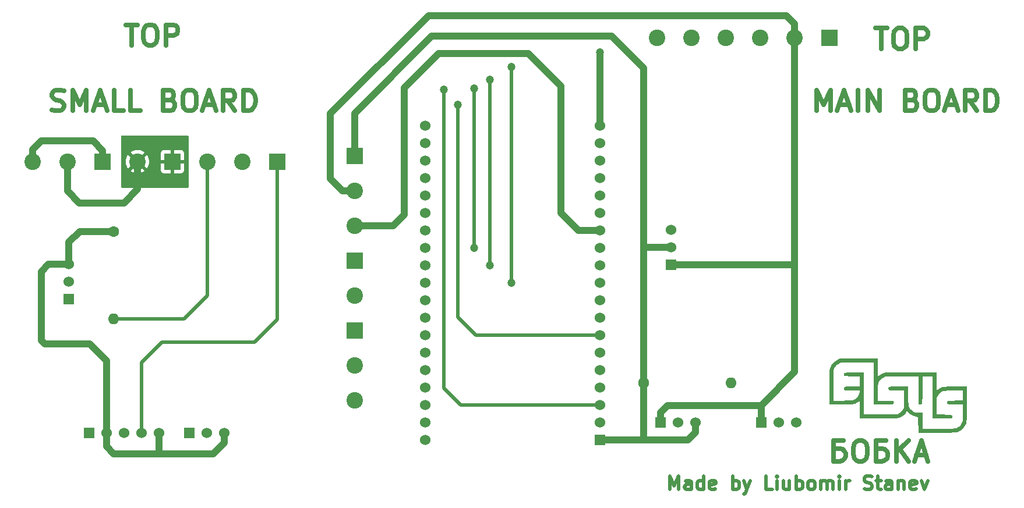
<source format=gbr>
%TF.GenerationSoftware,KiCad,Pcbnew,7.0.10*%
%TF.CreationDate,2024-02-03T15:37:23+02:00*%
%TF.ProjectId,Liubomir_Stanev_PCB,4c697562-6f6d-4697-925f-5374616e6576,rev?*%
%TF.SameCoordinates,Original*%
%TF.FileFunction,Copper,L1,Top*%
%TF.FilePolarity,Positive*%
%FSLAX46Y46*%
G04 Gerber Fmt 4.6, Leading zero omitted, Abs format (unit mm)*
G04 Created by KiCad (PCBNEW 7.0.10) date 2024-02-03 15:37:23*
%MOMM*%
%LPD*%
G01*
G04 APERTURE LIST*
%ADD10C,0.500000*%
%TA.AperFunction,NonConductor*%
%ADD11C,0.500000*%
%TD*%
%ADD12C,0.700000*%
%TA.AperFunction,NonConductor*%
%ADD13C,0.700000*%
%TD*%
%TA.AperFunction,ComponentPad*%
%ADD14R,1.530000X1.530000*%
%TD*%
%TA.AperFunction,ComponentPad*%
%ADD15C,1.530000*%
%TD*%
%TA.AperFunction,ComponentPad*%
%ADD16C,1.600000*%
%TD*%
%TA.AperFunction,ComponentPad*%
%ADD17O,1.600000X1.600000*%
%TD*%
%TA.AperFunction,ComponentPad*%
%ADD18R,2.400000X2.400000*%
%TD*%
%TA.AperFunction,ComponentPad*%
%ADD19C,2.400000*%
%TD*%
%TA.AperFunction,ViaPad*%
%ADD20C,1.200000*%
%TD*%
%TA.AperFunction,Conductor*%
%ADD21C,1.000000*%
%TD*%
%TA.AperFunction,Conductor*%
%ADD22C,0.500000*%
%TD*%
G04 APERTURE END LIST*
D10*
D11*
X146805137Y-110729238D02*
X146805137Y-108729238D01*
X146805137Y-108729238D02*
X147471804Y-110157809D01*
X147471804Y-110157809D02*
X148138470Y-108729238D01*
X148138470Y-108729238D02*
X148138470Y-110729238D01*
X149947994Y-110729238D02*
X149947994Y-109681619D01*
X149947994Y-109681619D02*
X149852756Y-109491142D01*
X149852756Y-109491142D02*
X149662280Y-109395904D01*
X149662280Y-109395904D02*
X149281327Y-109395904D01*
X149281327Y-109395904D02*
X149090851Y-109491142D01*
X149947994Y-110634000D02*
X149757518Y-110729238D01*
X149757518Y-110729238D02*
X149281327Y-110729238D01*
X149281327Y-110729238D02*
X149090851Y-110634000D01*
X149090851Y-110634000D02*
X148995613Y-110443523D01*
X148995613Y-110443523D02*
X148995613Y-110253047D01*
X148995613Y-110253047D02*
X149090851Y-110062571D01*
X149090851Y-110062571D02*
X149281327Y-109967333D01*
X149281327Y-109967333D02*
X149757518Y-109967333D01*
X149757518Y-109967333D02*
X149947994Y-109872095D01*
X151757518Y-110729238D02*
X151757518Y-108729238D01*
X151757518Y-110634000D02*
X151567042Y-110729238D01*
X151567042Y-110729238D02*
X151186089Y-110729238D01*
X151186089Y-110729238D02*
X150995613Y-110634000D01*
X150995613Y-110634000D02*
X150900375Y-110538761D01*
X150900375Y-110538761D02*
X150805137Y-110348285D01*
X150805137Y-110348285D02*
X150805137Y-109776857D01*
X150805137Y-109776857D02*
X150900375Y-109586380D01*
X150900375Y-109586380D02*
X150995613Y-109491142D01*
X150995613Y-109491142D02*
X151186089Y-109395904D01*
X151186089Y-109395904D02*
X151567042Y-109395904D01*
X151567042Y-109395904D02*
X151757518Y-109491142D01*
X153471804Y-110634000D02*
X153281328Y-110729238D01*
X153281328Y-110729238D02*
X152900375Y-110729238D01*
X152900375Y-110729238D02*
X152709899Y-110634000D01*
X152709899Y-110634000D02*
X152614661Y-110443523D01*
X152614661Y-110443523D02*
X152614661Y-109681619D01*
X152614661Y-109681619D02*
X152709899Y-109491142D01*
X152709899Y-109491142D02*
X152900375Y-109395904D01*
X152900375Y-109395904D02*
X153281328Y-109395904D01*
X153281328Y-109395904D02*
X153471804Y-109491142D01*
X153471804Y-109491142D02*
X153567042Y-109681619D01*
X153567042Y-109681619D02*
X153567042Y-109872095D01*
X153567042Y-109872095D02*
X152614661Y-110062571D01*
X155947995Y-110729238D02*
X155947995Y-108729238D01*
X155947995Y-109491142D02*
X156138471Y-109395904D01*
X156138471Y-109395904D02*
X156519424Y-109395904D01*
X156519424Y-109395904D02*
X156709900Y-109491142D01*
X156709900Y-109491142D02*
X156805138Y-109586380D01*
X156805138Y-109586380D02*
X156900376Y-109776857D01*
X156900376Y-109776857D02*
X156900376Y-110348285D01*
X156900376Y-110348285D02*
X156805138Y-110538761D01*
X156805138Y-110538761D02*
X156709900Y-110634000D01*
X156709900Y-110634000D02*
X156519424Y-110729238D01*
X156519424Y-110729238D02*
X156138471Y-110729238D01*
X156138471Y-110729238D02*
X155947995Y-110634000D01*
X157567043Y-109395904D02*
X158043233Y-110729238D01*
X158519424Y-109395904D02*
X158043233Y-110729238D01*
X158043233Y-110729238D02*
X157852757Y-111205428D01*
X157852757Y-111205428D02*
X157757519Y-111300666D01*
X157757519Y-111300666D02*
X157567043Y-111395904D01*
X161757520Y-110729238D02*
X160805139Y-110729238D01*
X160805139Y-110729238D02*
X160805139Y-108729238D01*
X162424187Y-110729238D02*
X162424187Y-109395904D01*
X162424187Y-108729238D02*
X162328949Y-108824476D01*
X162328949Y-108824476D02*
X162424187Y-108919714D01*
X162424187Y-108919714D02*
X162519425Y-108824476D01*
X162519425Y-108824476D02*
X162424187Y-108729238D01*
X162424187Y-108729238D02*
X162424187Y-108919714D01*
X164233711Y-109395904D02*
X164233711Y-110729238D01*
X163376568Y-109395904D02*
X163376568Y-110443523D01*
X163376568Y-110443523D02*
X163471806Y-110634000D01*
X163471806Y-110634000D02*
X163662282Y-110729238D01*
X163662282Y-110729238D02*
X163947997Y-110729238D01*
X163947997Y-110729238D02*
X164138473Y-110634000D01*
X164138473Y-110634000D02*
X164233711Y-110538761D01*
X165186092Y-110729238D02*
X165186092Y-108729238D01*
X165186092Y-109491142D02*
X165376568Y-109395904D01*
X165376568Y-109395904D02*
X165757521Y-109395904D01*
X165757521Y-109395904D02*
X165947997Y-109491142D01*
X165947997Y-109491142D02*
X166043235Y-109586380D01*
X166043235Y-109586380D02*
X166138473Y-109776857D01*
X166138473Y-109776857D02*
X166138473Y-110348285D01*
X166138473Y-110348285D02*
X166043235Y-110538761D01*
X166043235Y-110538761D02*
X165947997Y-110634000D01*
X165947997Y-110634000D02*
X165757521Y-110729238D01*
X165757521Y-110729238D02*
X165376568Y-110729238D01*
X165376568Y-110729238D02*
X165186092Y-110634000D01*
X167281330Y-110729238D02*
X167090854Y-110634000D01*
X167090854Y-110634000D02*
X166995616Y-110538761D01*
X166995616Y-110538761D02*
X166900378Y-110348285D01*
X166900378Y-110348285D02*
X166900378Y-109776857D01*
X166900378Y-109776857D02*
X166995616Y-109586380D01*
X166995616Y-109586380D02*
X167090854Y-109491142D01*
X167090854Y-109491142D02*
X167281330Y-109395904D01*
X167281330Y-109395904D02*
X167567045Y-109395904D01*
X167567045Y-109395904D02*
X167757521Y-109491142D01*
X167757521Y-109491142D02*
X167852759Y-109586380D01*
X167852759Y-109586380D02*
X167947997Y-109776857D01*
X167947997Y-109776857D02*
X167947997Y-110348285D01*
X167947997Y-110348285D02*
X167852759Y-110538761D01*
X167852759Y-110538761D02*
X167757521Y-110634000D01*
X167757521Y-110634000D02*
X167567045Y-110729238D01*
X167567045Y-110729238D02*
X167281330Y-110729238D01*
X168805140Y-110729238D02*
X168805140Y-109395904D01*
X168805140Y-109586380D02*
X168900378Y-109491142D01*
X168900378Y-109491142D02*
X169090854Y-109395904D01*
X169090854Y-109395904D02*
X169376569Y-109395904D01*
X169376569Y-109395904D02*
X169567045Y-109491142D01*
X169567045Y-109491142D02*
X169662283Y-109681619D01*
X169662283Y-109681619D02*
X169662283Y-110729238D01*
X169662283Y-109681619D02*
X169757521Y-109491142D01*
X169757521Y-109491142D02*
X169947997Y-109395904D01*
X169947997Y-109395904D02*
X170233711Y-109395904D01*
X170233711Y-109395904D02*
X170424188Y-109491142D01*
X170424188Y-109491142D02*
X170519426Y-109681619D01*
X170519426Y-109681619D02*
X170519426Y-110729238D01*
X171471807Y-110729238D02*
X171471807Y-109395904D01*
X171471807Y-108729238D02*
X171376569Y-108824476D01*
X171376569Y-108824476D02*
X171471807Y-108919714D01*
X171471807Y-108919714D02*
X171567045Y-108824476D01*
X171567045Y-108824476D02*
X171471807Y-108729238D01*
X171471807Y-108729238D02*
X171471807Y-108919714D01*
X172424188Y-110729238D02*
X172424188Y-109395904D01*
X172424188Y-109776857D02*
X172519426Y-109586380D01*
X172519426Y-109586380D02*
X172614664Y-109491142D01*
X172614664Y-109491142D02*
X172805140Y-109395904D01*
X172805140Y-109395904D02*
X172995617Y-109395904D01*
X175090855Y-110634000D02*
X175376569Y-110729238D01*
X175376569Y-110729238D02*
X175852760Y-110729238D01*
X175852760Y-110729238D02*
X176043236Y-110634000D01*
X176043236Y-110634000D02*
X176138474Y-110538761D01*
X176138474Y-110538761D02*
X176233712Y-110348285D01*
X176233712Y-110348285D02*
X176233712Y-110157809D01*
X176233712Y-110157809D02*
X176138474Y-109967333D01*
X176138474Y-109967333D02*
X176043236Y-109872095D01*
X176043236Y-109872095D02*
X175852760Y-109776857D01*
X175852760Y-109776857D02*
X175471807Y-109681619D01*
X175471807Y-109681619D02*
X175281331Y-109586380D01*
X175281331Y-109586380D02*
X175186093Y-109491142D01*
X175186093Y-109491142D02*
X175090855Y-109300666D01*
X175090855Y-109300666D02*
X175090855Y-109110190D01*
X175090855Y-109110190D02*
X175186093Y-108919714D01*
X175186093Y-108919714D02*
X175281331Y-108824476D01*
X175281331Y-108824476D02*
X175471807Y-108729238D01*
X175471807Y-108729238D02*
X175947998Y-108729238D01*
X175947998Y-108729238D02*
X176233712Y-108824476D01*
X176805141Y-109395904D02*
X177567045Y-109395904D01*
X177090855Y-108729238D02*
X177090855Y-110443523D01*
X177090855Y-110443523D02*
X177186093Y-110634000D01*
X177186093Y-110634000D02*
X177376569Y-110729238D01*
X177376569Y-110729238D02*
X177567045Y-110729238D01*
X179090855Y-110729238D02*
X179090855Y-109681619D01*
X179090855Y-109681619D02*
X178995617Y-109491142D01*
X178995617Y-109491142D02*
X178805141Y-109395904D01*
X178805141Y-109395904D02*
X178424188Y-109395904D01*
X178424188Y-109395904D02*
X178233712Y-109491142D01*
X179090855Y-110634000D02*
X178900379Y-110729238D01*
X178900379Y-110729238D02*
X178424188Y-110729238D01*
X178424188Y-110729238D02*
X178233712Y-110634000D01*
X178233712Y-110634000D02*
X178138474Y-110443523D01*
X178138474Y-110443523D02*
X178138474Y-110253047D01*
X178138474Y-110253047D02*
X178233712Y-110062571D01*
X178233712Y-110062571D02*
X178424188Y-109967333D01*
X178424188Y-109967333D02*
X178900379Y-109967333D01*
X178900379Y-109967333D02*
X179090855Y-109872095D01*
X180043236Y-109395904D02*
X180043236Y-110729238D01*
X180043236Y-109586380D02*
X180138474Y-109491142D01*
X180138474Y-109491142D02*
X180328950Y-109395904D01*
X180328950Y-109395904D02*
X180614665Y-109395904D01*
X180614665Y-109395904D02*
X180805141Y-109491142D01*
X180805141Y-109491142D02*
X180900379Y-109681619D01*
X180900379Y-109681619D02*
X180900379Y-110729238D01*
X182614665Y-110634000D02*
X182424189Y-110729238D01*
X182424189Y-110729238D02*
X182043236Y-110729238D01*
X182043236Y-110729238D02*
X181852760Y-110634000D01*
X181852760Y-110634000D02*
X181757522Y-110443523D01*
X181757522Y-110443523D02*
X181757522Y-109681619D01*
X181757522Y-109681619D02*
X181852760Y-109491142D01*
X181852760Y-109491142D02*
X182043236Y-109395904D01*
X182043236Y-109395904D02*
X182424189Y-109395904D01*
X182424189Y-109395904D02*
X182614665Y-109491142D01*
X182614665Y-109491142D02*
X182709903Y-109681619D01*
X182709903Y-109681619D02*
X182709903Y-109872095D01*
X182709903Y-109872095D02*
X181757522Y-110062571D01*
X183376570Y-109395904D02*
X183852760Y-110729238D01*
X183852760Y-110729238D02*
X184328951Y-109395904D01*
D12*
D13*
X168174811Y-55596457D02*
X168174811Y-52596457D01*
X168174811Y-52596457D02*
X169174811Y-54739314D01*
X169174811Y-54739314D02*
X170174811Y-52596457D01*
X170174811Y-52596457D02*
X170174811Y-55596457D01*
X171460525Y-54739314D02*
X172889097Y-54739314D01*
X171174811Y-55596457D02*
X172174811Y-52596457D01*
X172174811Y-52596457D02*
X173174811Y-55596457D01*
X174174811Y-55596457D02*
X174174811Y-52596457D01*
X175603382Y-55596457D02*
X175603382Y-52596457D01*
X175603382Y-52596457D02*
X177317668Y-55596457D01*
X177317668Y-55596457D02*
X177317668Y-52596457D01*
X182031953Y-54025028D02*
X182460525Y-54167885D01*
X182460525Y-54167885D02*
X182603382Y-54310742D01*
X182603382Y-54310742D02*
X182746239Y-54596457D01*
X182746239Y-54596457D02*
X182746239Y-55025028D01*
X182746239Y-55025028D02*
X182603382Y-55310742D01*
X182603382Y-55310742D02*
X182460525Y-55453600D01*
X182460525Y-55453600D02*
X182174810Y-55596457D01*
X182174810Y-55596457D02*
X181031953Y-55596457D01*
X181031953Y-55596457D02*
X181031953Y-52596457D01*
X181031953Y-52596457D02*
X182031953Y-52596457D01*
X182031953Y-52596457D02*
X182317668Y-52739314D01*
X182317668Y-52739314D02*
X182460525Y-52882171D01*
X182460525Y-52882171D02*
X182603382Y-53167885D01*
X182603382Y-53167885D02*
X182603382Y-53453600D01*
X182603382Y-53453600D02*
X182460525Y-53739314D01*
X182460525Y-53739314D02*
X182317668Y-53882171D01*
X182317668Y-53882171D02*
X182031953Y-54025028D01*
X182031953Y-54025028D02*
X181031953Y-54025028D01*
X184603382Y-52596457D02*
X185174810Y-52596457D01*
X185174810Y-52596457D02*
X185460525Y-52739314D01*
X185460525Y-52739314D02*
X185746239Y-53025028D01*
X185746239Y-53025028D02*
X185889096Y-53596457D01*
X185889096Y-53596457D02*
X185889096Y-54596457D01*
X185889096Y-54596457D02*
X185746239Y-55167885D01*
X185746239Y-55167885D02*
X185460525Y-55453600D01*
X185460525Y-55453600D02*
X185174810Y-55596457D01*
X185174810Y-55596457D02*
X184603382Y-55596457D01*
X184603382Y-55596457D02*
X184317668Y-55453600D01*
X184317668Y-55453600D02*
X184031953Y-55167885D01*
X184031953Y-55167885D02*
X183889096Y-54596457D01*
X183889096Y-54596457D02*
X183889096Y-53596457D01*
X183889096Y-53596457D02*
X184031953Y-53025028D01*
X184031953Y-53025028D02*
X184317668Y-52739314D01*
X184317668Y-52739314D02*
X184603382Y-52596457D01*
X187031953Y-54739314D02*
X188460525Y-54739314D01*
X186746239Y-55596457D02*
X187746239Y-52596457D01*
X187746239Y-52596457D02*
X188746239Y-55596457D01*
X191460525Y-55596457D02*
X190460525Y-54167885D01*
X189746239Y-55596457D02*
X189746239Y-52596457D01*
X189746239Y-52596457D02*
X190889096Y-52596457D01*
X190889096Y-52596457D02*
X191174811Y-52739314D01*
X191174811Y-52739314D02*
X191317668Y-52882171D01*
X191317668Y-52882171D02*
X191460525Y-53167885D01*
X191460525Y-53167885D02*
X191460525Y-53596457D01*
X191460525Y-53596457D02*
X191317668Y-53882171D01*
X191317668Y-53882171D02*
X191174811Y-54025028D01*
X191174811Y-54025028D02*
X190889096Y-54167885D01*
X190889096Y-54167885D02*
X189746239Y-54167885D01*
X192746239Y-55596457D02*
X192746239Y-52596457D01*
X192746239Y-52596457D02*
X193460525Y-52596457D01*
X193460525Y-52596457D02*
X193889096Y-52739314D01*
X193889096Y-52739314D02*
X194174811Y-53025028D01*
X194174811Y-53025028D02*
X194317668Y-53310742D01*
X194317668Y-53310742D02*
X194460525Y-53882171D01*
X194460525Y-53882171D02*
X194460525Y-54310742D01*
X194460525Y-54310742D02*
X194317668Y-54882171D01*
X194317668Y-54882171D02*
X194174811Y-55167885D01*
X194174811Y-55167885D02*
X193889096Y-55453600D01*
X193889096Y-55453600D02*
X193460525Y-55596457D01*
X193460525Y-55596457D02*
X192746239Y-55596457D01*
D12*
D13*
X57031954Y-55453600D02*
X57460526Y-55596457D01*
X57460526Y-55596457D02*
X58174811Y-55596457D01*
X58174811Y-55596457D02*
X58460526Y-55453600D01*
X58460526Y-55453600D02*
X58603383Y-55310742D01*
X58603383Y-55310742D02*
X58746240Y-55025028D01*
X58746240Y-55025028D02*
X58746240Y-54739314D01*
X58746240Y-54739314D02*
X58603383Y-54453600D01*
X58603383Y-54453600D02*
X58460526Y-54310742D01*
X58460526Y-54310742D02*
X58174811Y-54167885D01*
X58174811Y-54167885D02*
X57603383Y-54025028D01*
X57603383Y-54025028D02*
X57317668Y-53882171D01*
X57317668Y-53882171D02*
X57174811Y-53739314D01*
X57174811Y-53739314D02*
X57031954Y-53453600D01*
X57031954Y-53453600D02*
X57031954Y-53167885D01*
X57031954Y-53167885D02*
X57174811Y-52882171D01*
X57174811Y-52882171D02*
X57317668Y-52739314D01*
X57317668Y-52739314D02*
X57603383Y-52596457D01*
X57603383Y-52596457D02*
X58317668Y-52596457D01*
X58317668Y-52596457D02*
X58746240Y-52739314D01*
X60031954Y-55596457D02*
X60031954Y-52596457D01*
X60031954Y-52596457D02*
X61031954Y-54739314D01*
X61031954Y-54739314D02*
X62031954Y-52596457D01*
X62031954Y-52596457D02*
X62031954Y-55596457D01*
X63317668Y-54739314D02*
X64746240Y-54739314D01*
X63031954Y-55596457D02*
X64031954Y-52596457D01*
X64031954Y-52596457D02*
X65031954Y-55596457D01*
X67460526Y-55596457D02*
X66031954Y-55596457D01*
X66031954Y-55596457D02*
X66031954Y-52596457D01*
X69889097Y-55596457D02*
X68460525Y-55596457D01*
X68460525Y-55596457D02*
X68460525Y-52596457D01*
X74174810Y-54025028D02*
X74603382Y-54167885D01*
X74603382Y-54167885D02*
X74746239Y-54310742D01*
X74746239Y-54310742D02*
X74889096Y-54596457D01*
X74889096Y-54596457D02*
X74889096Y-55025028D01*
X74889096Y-55025028D02*
X74746239Y-55310742D01*
X74746239Y-55310742D02*
X74603382Y-55453600D01*
X74603382Y-55453600D02*
X74317667Y-55596457D01*
X74317667Y-55596457D02*
X73174810Y-55596457D01*
X73174810Y-55596457D02*
X73174810Y-52596457D01*
X73174810Y-52596457D02*
X74174810Y-52596457D01*
X74174810Y-52596457D02*
X74460525Y-52739314D01*
X74460525Y-52739314D02*
X74603382Y-52882171D01*
X74603382Y-52882171D02*
X74746239Y-53167885D01*
X74746239Y-53167885D02*
X74746239Y-53453600D01*
X74746239Y-53453600D02*
X74603382Y-53739314D01*
X74603382Y-53739314D02*
X74460525Y-53882171D01*
X74460525Y-53882171D02*
X74174810Y-54025028D01*
X74174810Y-54025028D02*
X73174810Y-54025028D01*
X76746239Y-52596457D02*
X77317667Y-52596457D01*
X77317667Y-52596457D02*
X77603382Y-52739314D01*
X77603382Y-52739314D02*
X77889096Y-53025028D01*
X77889096Y-53025028D02*
X78031953Y-53596457D01*
X78031953Y-53596457D02*
X78031953Y-54596457D01*
X78031953Y-54596457D02*
X77889096Y-55167885D01*
X77889096Y-55167885D02*
X77603382Y-55453600D01*
X77603382Y-55453600D02*
X77317667Y-55596457D01*
X77317667Y-55596457D02*
X76746239Y-55596457D01*
X76746239Y-55596457D02*
X76460525Y-55453600D01*
X76460525Y-55453600D02*
X76174810Y-55167885D01*
X76174810Y-55167885D02*
X76031953Y-54596457D01*
X76031953Y-54596457D02*
X76031953Y-53596457D01*
X76031953Y-53596457D02*
X76174810Y-53025028D01*
X76174810Y-53025028D02*
X76460525Y-52739314D01*
X76460525Y-52739314D02*
X76746239Y-52596457D01*
X79174810Y-54739314D02*
X80603382Y-54739314D01*
X78889096Y-55596457D02*
X79889096Y-52596457D01*
X79889096Y-52596457D02*
X80889096Y-55596457D01*
X83603382Y-55596457D02*
X82603382Y-54167885D01*
X81889096Y-55596457D02*
X81889096Y-52596457D01*
X81889096Y-52596457D02*
X83031953Y-52596457D01*
X83031953Y-52596457D02*
X83317668Y-52739314D01*
X83317668Y-52739314D02*
X83460525Y-52882171D01*
X83460525Y-52882171D02*
X83603382Y-53167885D01*
X83603382Y-53167885D02*
X83603382Y-53596457D01*
X83603382Y-53596457D02*
X83460525Y-53882171D01*
X83460525Y-53882171D02*
X83317668Y-54025028D01*
X83317668Y-54025028D02*
X83031953Y-54167885D01*
X83031953Y-54167885D02*
X81889096Y-54167885D01*
X84889096Y-55596457D02*
X84889096Y-52596457D01*
X84889096Y-52596457D02*
X85603382Y-52596457D01*
X85603382Y-52596457D02*
X86031953Y-52739314D01*
X86031953Y-52739314D02*
X86317668Y-53025028D01*
X86317668Y-53025028D02*
X86460525Y-53310742D01*
X86460525Y-53310742D02*
X86603382Y-53882171D01*
X86603382Y-53882171D02*
X86603382Y-54310742D01*
X86603382Y-54310742D02*
X86460525Y-54882171D01*
X86460525Y-54882171D02*
X86317668Y-55167885D01*
X86317668Y-55167885D02*
X86031953Y-55453600D01*
X86031953Y-55453600D02*
X85603382Y-55596457D01*
X85603382Y-55596457D02*
X84889096Y-55596457D01*
D12*
D13*
X67746240Y-43096457D02*
X69460526Y-43096457D01*
X68603383Y-46096457D02*
X68603383Y-43096457D01*
X71031954Y-43096457D02*
X71603382Y-43096457D01*
X71603382Y-43096457D02*
X71889097Y-43239314D01*
X71889097Y-43239314D02*
X72174811Y-43525028D01*
X72174811Y-43525028D02*
X72317668Y-44096457D01*
X72317668Y-44096457D02*
X72317668Y-45096457D01*
X72317668Y-45096457D02*
X72174811Y-45667885D01*
X72174811Y-45667885D02*
X71889097Y-45953600D01*
X71889097Y-45953600D02*
X71603382Y-46096457D01*
X71603382Y-46096457D02*
X71031954Y-46096457D01*
X71031954Y-46096457D02*
X70746240Y-45953600D01*
X70746240Y-45953600D02*
X70460525Y-45667885D01*
X70460525Y-45667885D02*
X70317668Y-45096457D01*
X70317668Y-45096457D02*
X70317668Y-44096457D01*
X70317668Y-44096457D02*
X70460525Y-43525028D01*
X70460525Y-43525028D02*
X70746240Y-43239314D01*
X70746240Y-43239314D02*
X71031954Y-43096457D01*
X73603382Y-46096457D02*
X73603382Y-43096457D01*
X73603382Y-43096457D02*
X74746239Y-43096457D01*
X74746239Y-43096457D02*
X75031954Y-43239314D01*
X75031954Y-43239314D02*
X75174811Y-43382171D01*
X75174811Y-43382171D02*
X75317668Y-43667885D01*
X75317668Y-43667885D02*
X75317668Y-44096457D01*
X75317668Y-44096457D02*
X75174811Y-44382171D01*
X75174811Y-44382171D02*
X75031954Y-44525028D01*
X75031954Y-44525028D02*
X74746239Y-44667885D01*
X74746239Y-44667885D02*
X73603382Y-44667885D01*
D12*
D13*
X176746240Y-43596457D02*
X178460526Y-43596457D01*
X177603383Y-46596457D02*
X177603383Y-43596457D01*
X180031954Y-43596457D02*
X180603382Y-43596457D01*
X180603382Y-43596457D02*
X180889097Y-43739314D01*
X180889097Y-43739314D02*
X181174811Y-44025028D01*
X181174811Y-44025028D02*
X181317668Y-44596457D01*
X181317668Y-44596457D02*
X181317668Y-45596457D01*
X181317668Y-45596457D02*
X181174811Y-46167885D01*
X181174811Y-46167885D02*
X180889097Y-46453600D01*
X180889097Y-46453600D02*
X180603382Y-46596457D01*
X180603382Y-46596457D02*
X180031954Y-46596457D01*
X180031954Y-46596457D02*
X179746240Y-46453600D01*
X179746240Y-46453600D02*
X179460525Y-46167885D01*
X179460525Y-46167885D02*
X179317668Y-45596457D01*
X179317668Y-45596457D02*
X179317668Y-44596457D01*
X179317668Y-44596457D02*
X179460525Y-44025028D01*
X179460525Y-44025028D02*
X179746240Y-43739314D01*
X179746240Y-43739314D02*
X180031954Y-43596457D01*
X182603382Y-46596457D02*
X182603382Y-43596457D01*
X182603382Y-43596457D02*
X183746239Y-43596457D01*
X183746239Y-43596457D02*
X184031954Y-43739314D01*
X184031954Y-43739314D02*
X184174811Y-43882171D01*
X184174811Y-43882171D02*
X184317668Y-44167885D01*
X184317668Y-44167885D02*
X184317668Y-44596457D01*
X184317668Y-44596457D02*
X184174811Y-44882171D01*
X184174811Y-44882171D02*
X184031954Y-45025028D01*
X184031954Y-45025028D02*
X183746239Y-45167885D01*
X183746239Y-45167885D02*
X182603382Y-45167885D01*
D12*
D13*
X172103383Y-103596457D02*
X170674811Y-103596457D01*
X170674811Y-103596457D02*
X170674811Y-106596457D01*
X170674811Y-106596457D02*
X171531954Y-106596457D01*
X171531954Y-106596457D02*
X171960526Y-106453600D01*
X171960526Y-106453600D02*
X172246240Y-106167885D01*
X172246240Y-106167885D02*
X172389097Y-105882171D01*
X172389097Y-105882171D02*
X172389097Y-105453600D01*
X172389097Y-105453600D02*
X172246240Y-105167885D01*
X172246240Y-105167885D02*
X171960526Y-104882171D01*
X171960526Y-104882171D02*
X171531954Y-104739314D01*
X171531954Y-104739314D02*
X170674811Y-104739314D01*
X174246240Y-103596457D02*
X174817668Y-103596457D01*
X174817668Y-103596457D02*
X175103383Y-103739314D01*
X175103383Y-103739314D02*
X175389097Y-104025028D01*
X175389097Y-104025028D02*
X175531954Y-104596457D01*
X175531954Y-104596457D02*
X175531954Y-105596457D01*
X175531954Y-105596457D02*
X175389097Y-106167885D01*
X175389097Y-106167885D02*
X175103383Y-106453600D01*
X175103383Y-106453600D02*
X174817668Y-106596457D01*
X174817668Y-106596457D02*
X174246240Y-106596457D01*
X174246240Y-106596457D02*
X173960526Y-106453600D01*
X173960526Y-106453600D02*
X173674811Y-106167885D01*
X173674811Y-106167885D02*
X173531954Y-105596457D01*
X173531954Y-105596457D02*
X173531954Y-104596457D01*
X173531954Y-104596457D02*
X173674811Y-104025028D01*
X173674811Y-104025028D02*
X173960526Y-103739314D01*
X173960526Y-103739314D02*
X174246240Y-103596457D01*
X178246240Y-103596457D02*
X176817668Y-103596457D01*
X176817668Y-103596457D02*
X176817668Y-106596457D01*
X176817668Y-106596457D02*
X177674811Y-106596457D01*
X177674811Y-106596457D02*
X178103383Y-106453600D01*
X178103383Y-106453600D02*
X178389097Y-106167885D01*
X178389097Y-106167885D02*
X178531954Y-105882171D01*
X178531954Y-105882171D02*
X178531954Y-105453600D01*
X178531954Y-105453600D02*
X178389097Y-105167885D01*
X178389097Y-105167885D02*
X178103383Y-104882171D01*
X178103383Y-104882171D02*
X177674811Y-104739314D01*
X177674811Y-104739314D02*
X176817668Y-104739314D01*
X179817668Y-106596457D02*
X179817668Y-103596457D01*
X181531954Y-106596457D02*
X180246240Y-104882171D01*
X181531954Y-103596457D02*
X179817668Y-105310742D01*
X182674811Y-105739314D02*
X184103383Y-105739314D01*
X182389097Y-106596457D02*
X183389097Y-103596457D01*
X183389097Y-103596457D02*
X184389097Y-106596457D01*
%TA.AperFunction,EtchedComponent*%
%TO.C,G\u002A\u002A\u002A*%
G36*
X177077406Y-94241926D02*
G01*
X177324813Y-94071705D01*
X177527206Y-93947473D01*
X177752695Y-93830291D01*
X177842909Y-93790178D01*
X177897606Y-93768691D01*
X177954940Y-93750120D01*
X178022776Y-93734215D01*
X178108980Y-93720728D01*
X178221416Y-93709410D01*
X178367949Y-93700012D01*
X178556445Y-93692286D01*
X178794769Y-93685982D01*
X179090787Y-93680853D01*
X179452362Y-93676649D01*
X179887360Y-93673121D01*
X180403647Y-93670021D01*
X181009087Y-93667100D01*
X181711546Y-93664110D01*
X181846548Y-93663555D01*
X185579498Y-93648239D01*
X185579498Y-96309028D01*
X185846631Y-96117112D01*
X185995273Y-96015085D01*
X186137142Y-95932348D01*
X186285265Y-95866902D01*
X186452667Y-95816744D01*
X186652372Y-95779873D01*
X186897406Y-95754288D01*
X187200795Y-95737987D01*
X187575564Y-95728969D01*
X188034738Y-95725232D01*
X188400550Y-95724686D01*
X190043096Y-95724686D01*
X190042694Y-98049477D01*
X190041809Y-98676638D01*
X190038866Y-99207705D01*
X190033090Y-99652854D01*
X190023700Y-100022262D01*
X190009920Y-100326101D01*
X189990971Y-100574550D01*
X189966075Y-100777781D01*
X189934454Y-100945972D01*
X189895329Y-101089297D01*
X189847923Y-101217931D01*
X189791458Y-101342051D01*
X189790797Y-101343401D01*
X189609352Y-101625099D01*
X189356115Y-101899635D01*
X189063172Y-102137398D01*
X188762609Y-102308779D01*
X188729766Y-102322587D01*
X188659571Y-102350268D01*
X188591422Y-102373546D01*
X188515772Y-102392860D01*
X188423074Y-102408651D01*
X188303782Y-102421359D01*
X188148351Y-102431423D01*
X187947232Y-102439283D01*
X187690881Y-102445379D01*
X187369750Y-102450152D01*
X186974294Y-102454040D01*
X186494965Y-102457485D01*
X185922218Y-102460925D01*
X185700101Y-102462197D01*
X182977817Y-102477741D01*
X182949163Y-100170971D01*
X182612041Y-100102236D01*
X182186980Y-99979408D01*
X181827231Y-99791804D01*
X181531765Y-99551662D01*
X181277304Y-99306394D01*
X181103610Y-99564288D01*
X180954144Y-99744207D01*
X180756526Y-99927751D01*
X180619019Y-100031333D01*
X180500396Y-100110399D01*
X180392212Y-100177296D01*
X180284769Y-100233041D01*
X180168366Y-100278651D01*
X180033305Y-100315142D01*
X179869886Y-100343532D01*
X179668409Y-100364838D01*
X179419176Y-100380076D01*
X179112486Y-100390263D01*
X178738640Y-100396415D01*
X178287940Y-100399551D01*
X177750684Y-100400686D01*
X177117175Y-100400837D01*
X174420502Y-100400837D01*
X174420502Y-97797248D01*
X174168096Y-97978084D01*
X174025026Y-98076746D01*
X173890664Y-98156562D01*
X173751918Y-98219518D01*
X173595697Y-98267600D01*
X173408907Y-98302795D01*
X173178457Y-98327090D01*
X172891255Y-98342470D01*
X172534209Y-98350923D01*
X172094226Y-98354434D01*
X171683891Y-98355021D01*
X170036611Y-98355021D01*
X170033045Y-97803603D01*
X170594560Y-97803603D01*
X171962866Y-97787052D01*
X172384667Y-97781391D01*
X172714622Y-97775067D01*
X172967160Y-97766922D01*
X173156710Y-97755799D01*
X173297701Y-97740539D01*
X173404562Y-97719986D01*
X173491722Y-97692981D01*
X173573609Y-97658367D01*
X173575043Y-97657705D01*
X173904848Y-97448560D01*
X174169412Y-97163139D01*
X174356976Y-96817004D01*
X174443400Y-96508473D01*
X174478456Y-96309205D01*
X173390513Y-96309205D01*
X172993341Y-96307849D01*
X172689897Y-96301836D01*
X172467648Y-96288247D01*
X172314057Y-96264162D01*
X172216593Y-96226662D01*
X172162720Y-96172829D01*
X172139905Y-96099744D01*
X172135565Y-96016946D01*
X172141394Y-95924420D01*
X172167241Y-95853737D01*
X172225644Y-95801975D01*
X172329141Y-95766211D01*
X172490271Y-95743523D01*
X172721572Y-95730990D01*
X173035581Y-95725689D01*
X173389604Y-95724686D01*
X174476639Y-95724686D01*
X174461855Y-94994038D01*
X174447071Y-94263389D01*
X173361824Y-94248975D01*
X172950796Y-94240606D01*
X172623006Y-94227734D01*
X172384838Y-94210763D01*
X172242677Y-94190094D01*
X172206071Y-94176046D01*
X172149551Y-94071372D01*
X172139701Y-93926618D01*
X172177448Y-93797631D01*
X172199330Y-93769205D01*
X172254994Y-93747879D01*
X172379517Y-93731293D01*
X172580631Y-93719104D01*
X172866068Y-93710968D01*
X173243562Y-93706542D01*
X173634058Y-93705440D01*
X175005021Y-93705440D01*
X175005021Y-99816318D01*
X177356380Y-99816022D01*
X177955968Y-99814659D01*
X178488232Y-99810826D01*
X178946598Y-99804664D01*
X179324487Y-99796317D01*
X179615323Y-99785926D01*
X179812530Y-99773635D01*
X179905666Y-99760757D01*
X180160844Y-99646258D01*
X180415289Y-99456091D01*
X180637113Y-99216193D01*
X180716225Y-99101468D01*
X180876778Y-98841961D01*
X180908716Y-96309205D01*
X179843270Y-96309205D01*
X179479129Y-96308567D01*
X179206145Y-96305739D01*
X179009203Y-96299349D01*
X178873188Y-96288027D01*
X178782984Y-96270401D01*
X178723476Y-96245102D01*
X178679547Y-96210757D01*
X178671548Y-96202929D01*
X178578810Y-96067669D01*
X178589552Y-95939280D01*
X178671548Y-95830963D01*
X178709258Y-95798398D01*
X178757958Y-95773253D01*
X178830777Y-95754572D01*
X178940845Y-95741400D01*
X179101289Y-95732782D01*
X179325240Y-95727763D01*
X179625826Y-95725389D01*
X180016177Y-95724705D01*
X180132845Y-95724686D01*
X181487866Y-95724686D01*
X181487866Y-97024576D01*
X181489972Y-97498445D01*
X181498269Y-97880199D01*
X181515721Y-98183948D01*
X181545295Y-98423804D01*
X181589956Y-98613880D01*
X181652669Y-98768286D01*
X181736401Y-98901134D01*
X181844116Y-99026535D01*
X181925747Y-99108182D01*
X182125911Y-99285321D01*
X182312300Y-99405325D01*
X182515980Y-99480227D01*
X182768019Y-99522059D01*
X183042154Y-99540543D01*
X183560251Y-99562988D01*
X183560251Y-101892798D01*
X185964749Y-101877466D01*
X186533011Y-101873722D01*
X187004970Y-101870058D01*
X187390597Y-101865972D01*
X187699863Y-101860959D01*
X187942739Y-101854518D01*
X188129196Y-101846144D01*
X188269205Y-101835335D01*
X188372737Y-101821587D01*
X188449764Y-101804399D01*
X188510257Y-101783265D01*
X188564186Y-101757685D01*
X188587988Y-101745113D01*
X188882554Y-101558238D01*
X189100128Y-101344890D01*
X189269956Y-101075795D01*
X189283163Y-101049339D01*
X189432008Y-100746234D01*
X189432008Y-98355021D01*
X188346761Y-98340607D01*
X187935733Y-98332238D01*
X187607943Y-98319366D01*
X187369775Y-98302394D01*
X187227614Y-98281726D01*
X187191008Y-98267678D01*
X187134285Y-98162723D01*
X187124867Y-98018613D01*
X187162756Y-97891357D01*
X187191008Y-97857845D01*
X187272329Y-97835147D01*
X187453499Y-97815903D01*
X187728132Y-97800516D01*
X188089844Y-97789390D01*
X188346761Y-97784916D01*
X189432008Y-97770502D01*
X189446813Y-97036674D01*
X189461618Y-96302845D01*
X188038654Y-96319310D01*
X187574074Y-96325513D01*
X187201881Y-96334420D01*
X186908186Y-96349370D01*
X186679100Y-96373702D01*
X186500737Y-96410754D01*
X186359208Y-96463865D01*
X186240624Y-96536374D01*
X186131098Y-96631618D01*
X186016741Y-96752937D01*
X185957689Y-96819556D01*
X185842738Y-96960455D01*
X185753401Y-97100948D01*
X185686541Y-97256719D01*
X185639021Y-97443453D01*
X185607703Y-97676835D01*
X185589449Y-97972550D01*
X185581121Y-98346282D01*
X185579498Y-98710063D01*
X185579498Y-99816318D01*
X186630436Y-99816318D01*
X187035846Y-99818511D01*
X187347136Y-99826917D01*
X187576408Y-99844275D01*
X187735760Y-99873327D01*
X187837293Y-99916811D01*
X187893106Y-99977469D01*
X187915301Y-100058039D01*
X187917573Y-100107795D01*
X187913637Y-100192937D01*
X187894193Y-100259773D01*
X187847784Y-100310515D01*
X187762955Y-100347373D01*
X187628249Y-100372560D01*
X187432211Y-100388288D01*
X187163386Y-100396769D01*
X186810316Y-100400214D01*
X186399774Y-100400837D01*
X185048980Y-100400837D01*
X185021548Y-94263389D01*
X184290899Y-94248605D01*
X183560251Y-94233821D01*
X183560251Y-96144832D01*
X183558882Y-96600797D01*
X183554981Y-97022922D01*
X183548849Y-97398793D01*
X183540794Y-97715996D01*
X183531117Y-97962120D01*
X183520125Y-98124751D01*
X183510157Y-98187601D01*
X183414126Y-98318497D01*
X183273540Y-98361522D01*
X183112955Y-98309540D01*
X183105975Y-98305065D01*
X182975732Y-98219726D01*
X182975732Y-94231784D01*
X180571234Y-94247586D01*
X178166736Y-94263389D01*
X177893720Y-94407394D01*
X177697685Y-94533920D01*
X177507730Y-94692874D01*
X177431646Y-94772272D01*
X177324375Y-94906392D01*
X177241016Y-95038249D01*
X177178611Y-95183415D01*
X177134205Y-95357461D01*
X177104839Y-95575961D01*
X177087555Y-95854485D01*
X177079397Y-96208607D01*
X177077406Y-96637500D01*
X177077406Y-97797071D01*
X178162940Y-97797071D01*
X178539161Y-97798183D01*
X178823110Y-97802182D01*
X179028776Y-97810070D01*
X179170145Y-97822844D01*
X179261207Y-97841504D01*
X179315948Y-97867050D01*
X179331978Y-97880574D01*
X179408487Y-98013014D01*
X179387058Y-98169326D01*
X179360473Y-98225669D01*
X179338968Y-98256613D01*
X179303334Y-98280644D01*
X179241191Y-98298631D01*
X179140161Y-98311446D01*
X178987865Y-98319960D01*
X178771925Y-98325042D01*
X178479963Y-98327564D01*
X178099599Y-98328397D01*
X177899176Y-98328452D01*
X176492887Y-98328452D01*
X176492887Y-92217573D01*
X174114958Y-92218093D01*
X171737029Y-92218612D01*
X171471339Y-92342886D01*
X171281168Y-92456374D01*
X171083819Y-92611500D01*
X170983369Y-92709287D01*
X170893381Y-92810410D01*
X170818461Y-92907291D01*
X170757230Y-93010389D01*
X170708309Y-93130164D01*
X170670318Y-93277074D01*
X170641879Y-93461578D01*
X170621612Y-93694136D01*
X170608137Y-93985207D01*
X170600077Y-94345250D01*
X170596052Y-94784723D01*
X170594682Y-95314086D01*
X170594560Y-95657890D01*
X170594560Y-97803603D01*
X170033045Y-97803603D01*
X170021490Y-96016946D01*
X170018639Y-95329643D01*
X170019562Y-94737874D01*
X170024226Y-94243666D01*
X170032599Y-93849046D01*
X170044646Y-93556043D01*
X170060336Y-93366683D01*
X170065166Y-93333740D01*
X170193168Y-92883520D01*
X170412279Y-92485110D01*
X170717338Y-92145302D01*
X171103184Y-91870889D01*
X171225780Y-91806312D01*
X171524477Y-91659624D01*
X174300941Y-91644534D01*
X177077406Y-91629445D01*
X177077406Y-94241926D01*
G37*
%TD.AperFunction*%
%TD*%
D14*
%TO.P,U5,1,GND*%
%TO.N,GND*%
X145460000Y-101000000D03*
D15*
%TO.P,U5,2,DQ*%
%TO.N,/water_temp*%
X148000000Y-101000000D03*
%TO.P,U5,3,V_{DD}*%
%TO.N,+3.3V*%
X150540000Y-101000000D03*
%TD*%
D16*
%TO.P,R1,1*%
%TO.N,+3V3*%
X66000000Y-73150000D03*
D17*
%TO.P,R1,2*%
%TO.N,/air_temp*%
X66000000Y-85850000D03*
%TD*%
D18*
%TO.P,J4,1,Pin_1*%
%TO.N,+3.3V*%
X101000000Y-62220000D03*
D19*
%TO.P,J4,2,Pin_2*%
%TO.N,GND*%
X101000000Y-67300000D03*
%TO.P,J4,3,Pin_3*%
%TO.N,/uv_ref_main*%
X101000000Y-72380000D03*
%TD*%
D14*
%TO.P,U2,1,OUT*%
%TO.N,/brightness_out*%
X76960000Y-102500000D03*
D15*
%TO.P,U2,2,GND*%
%TO.N,GND1*%
X79500000Y-102500000D03*
%TO.P,U2,3,VCC*%
%TO.N,+3V3*%
X82040000Y-102500000D03*
%TD*%
D18*
%TO.P,U8,1,VCC*%
%TO.N,+5V*%
X170000000Y-45000000D03*
D19*
%TO.P,U8,2,GND*%
%TO.N,GND*%
X165000000Y-45000000D03*
%TO.P,U8,3,In1*%
%TO.N,/relay_brightness_lamp*%
X160000000Y-45000000D03*
%TO.P,U8,4,In2*%
%TO.N,/relay_uv_lamp*%
X155000000Y-45000000D03*
%TO.P,U8,5,In3*%
%TO.N,unconnected-(U8-In3-Pad5)*%
X150000000Y-45000000D03*
%TO.P,U8,6,In4*%
%TO.N,/relay_heater*%
X145000000Y-45000000D03*
%TD*%
D18*
%TO.P,J6,1,Pin_1*%
%TO.N,GND*%
X101000000Y-77460000D03*
D19*
%TO.P,J6,2,Pin_2*%
X101000000Y-82540000D03*
%TD*%
D14*
%TO.P,U7,1,+3.3V*%
%TO.N,+3.3V*%
X136700000Y-103500000D03*
D15*
%TO.P,U7,2,ESP_EN*%
%TO.N,unconnected-(U7-ESP_EN-Pad2)*%
X136700000Y-100960000D03*
%TO.P,U7,3,GPI36*%
%TO.N,/brightness_out_main*%
X136700000Y-98420000D03*
%TO.P,U7,4,GPI39*%
%TO.N,unconnected-(U7-GPI39-Pad4)*%
X136700000Y-95880000D03*
%TO.P,U7,5,GPI34*%
%TO.N,unconnected-(U7-GPI34-Pad5)*%
X136700000Y-93340000D03*
%TO.P,U7,6,GPI35*%
%TO.N,/water_level*%
X136700000Y-90800000D03*
%TO.P,U7,7,GPIO32*%
%TO.N,/uv_out_main*%
X136700000Y-88260000D03*
%TO.P,U7,8,GPIO33*%
%TO.N,/turbidity*%
X136700000Y-85720000D03*
%TO.P,U7,9,GPIO25*%
%TO.N,unconnected-(U7-GPIO25-Pad9)*%
X136700000Y-83180000D03*
%TO.P,U7,10,GPIO26*%
%TO.N,unconnected-(U7-GPIO26-Pad10)*%
X136700000Y-80640000D03*
%TO.P,U7,11,GPIO27*%
%TO.N,unconnected-(U7-GPIO27-Pad11)*%
X136700000Y-78100000D03*
%TO.P,U7,12,GPIO14*%
%TO.N,unconnected-(U7-GPIO14-Pad12)*%
X136700000Y-75560000D03*
%TO.P,U7,13,GPIO12*%
%TO.N,/uv_ref_main*%
X136700000Y-73020000D03*
%TO.P,U7,14,GND*%
%TO.N,unconnected-(U7-GND-Pad14)*%
X136700000Y-70480000D03*
%TO.P,U7,15,GPIO13*%
%TO.N,unconnected-(U7-GPIO13-Pad15)*%
X136700000Y-67940000D03*
%TO.P,U7,16,GPIO09*%
%TO.N,unconnected-(U7-GPIO09-Pad16)*%
X136700000Y-65400000D03*
%TO.P,U7,17,GPIO10*%
%TO.N,unconnected-(U7-GPIO10-Pad17)*%
X136700000Y-62860000D03*
%TO.P,U7,18,GPIO11*%
%TO.N,unconnected-(U7-GPIO11-Pad18)*%
X136700000Y-60320000D03*
%TO.P,U7,19,+5V*%
%TO.N,+5V*%
X136700000Y-57780000D03*
%TO.P,U7,20,GND*%
%TO.N,GND*%
X111300000Y-57780000D03*
%TO.P,U7,21,GPIO23*%
%TO.N,unconnected-(U7-GPIO23-Pad21)*%
X111300000Y-60320000D03*
%TO.P,U7,22,GPIO22*%
%TO.N,unconnected-(U7-GPIO22-Pad22)*%
X111300000Y-62860000D03*
%TO.P,U7,23,GPIO1*%
%TO.N,unconnected-(U7-GPIO1-Pad23)*%
X111300000Y-65400000D03*
%TO.P,U7,24,GPIO3*%
%TO.N,unconnected-(U7-GPIO3-Pad24)*%
X111300000Y-67940000D03*
%TO.P,U7,25,GPIO21*%
%TO.N,/water_level_power*%
X111300000Y-70480000D03*
%TO.P,U7,26,GND*%
%TO.N,unconnected-(U7-GND-Pad26)*%
X111300000Y-73020000D03*
%TO.P,U7,27,GPIO19*%
%TO.N,/relay_brightness_lamp*%
X111300000Y-75560000D03*
%TO.P,U7,28,GPIO18*%
%TO.N,/relay_uv_lamp*%
X111300000Y-78100000D03*
%TO.P,U7,29,GPIO05*%
%TO.N,/relay_heater*%
X111300000Y-80640000D03*
%TO.P,U7,30,GPIO17*%
%TO.N,/air_temp_main*%
X111300000Y-83180000D03*
%TO.P,U7,31,GPIO16*%
%TO.N,/water_temp*%
X111300000Y-85720000D03*
%TO.P,U7,32,GPIO04*%
%TO.N,unconnected-(U7-GPIO04-Pad32)*%
X111300000Y-88260000D03*
%TO.P,U7,33,GPIO00*%
%TO.N,unconnected-(U7-GPIO00-Pad33)*%
X111300000Y-90800000D03*
%TO.P,U7,34,GPIO02*%
%TO.N,unconnected-(U7-GPIO02-Pad34)*%
X111300000Y-93340000D03*
%TO.P,U7,35,GPIO15*%
%TO.N,unconnected-(U7-GPIO15-Pad35)*%
X111300000Y-95880000D03*
%TO.P,U7,36,GPIO08*%
%TO.N,unconnected-(U7-GPIO08-Pad36)*%
X111300000Y-98420000D03*
%TO.P,U7,37,GPIO07*%
%TO.N,unconnected-(U7-GPIO07-Pad37)*%
X111300000Y-100960000D03*
%TO.P,U7,38,GPIO06*%
%TO.N,unconnected-(U7-GPIO06-Pad38)*%
X111300000Y-103500000D03*
%TD*%
D18*
%TO.P,J5,1,Pin_1*%
%TO.N,/uv_out_main*%
X101000000Y-87620000D03*
D19*
%TO.P,J5,2,Pin_2*%
%TO.N,/brightness_out_main*%
X101000000Y-92700000D03*
%TO.P,J5,3,Pin_3*%
%TO.N,/air_temp_main*%
X101000000Y-97780000D03*
%TD*%
D16*
%TO.P,R2,1*%
%TO.N,+3.3V*%
X143000000Y-95200000D03*
D17*
%TO.P,R2,2*%
%TO.N,/water_temp*%
X155700000Y-95200000D03*
%TD*%
D14*
%TO.P,U6,1,GND*%
%TO.N,GND*%
X160147000Y-101000000D03*
D15*
%TO.P,U6,2,VCC*%
%TO.N,/water_level_power*%
X162687000Y-101000000D03*
%TO.P,U6,3,OUT*%
%TO.N,/water_level*%
X165227000Y-101000000D03*
%TD*%
D14*
%TO.P,U3,1,GND*%
%TO.N,GND1*%
X59500000Y-83040000D03*
D15*
%TO.P,U3,2,DQ*%
%TO.N,/air_temp*%
X59500000Y-80500000D03*
%TO.P,U3,3,V_{DD}*%
%TO.N,+3V3*%
X59500000Y-77960000D03*
%TD*%
D14*
%TO.P,U4,1,GND*%
%TO.N,GND*%
X147000000Y-78040000D03*
D15*
%TO.P,U4,2,PWR*%
%TO.N,+3.3V*%
X147000000Y-75500000D03*
%TO.P,U4,3,OUT*%
%TO.N,/turbidity*%
X147000000Y-72960000D03*
%TD*%
D14*
%TO.P,U1,1,Vin*%
%TO.N,unconnected-(U1-Vin-Pad1)*%
X62420000Y-102500000D03*
D15*
%TO.P,U1,2,3.3V*%
%TO.N,+3V3*%
X64960000Y-102500000D03*
%TO.P,U1,3,GND*%
%TO.N,GND1*%
X67500000Y-102500000D03*
%TO.P,U1,4,OUT*%
%TO.N,/uv_out*%
X70040000Y-102500000D03*
%TO.P,U1,5,EN*%
%TO.N,+3V3*%
X72580000Y-102500000D03*
%TD*%
D18*
%TO.P,J1,1,Pin_1*%
%TO.N,+3V3*%
X64380000Y-63000000D03*
D19*
%TO.P,J1,2,Pin_2*%
%TO.N,GND1*%
X59300000Y-63000000D03*
%TO.P,J1,3,Pin_3*%
%TO.N,+3V3*%
X54220000Y-63000000D03*
%TD*%
D18*
%TO.P,J2,1,Pin_1*%
%TO.N,/uv_out*%
X89780000Y-63000000D03*
D19*
%TO.P,J2,2,Pin_2*%
%TO.N,/brightness_out*%
X84700000Y-63000000D03*
%TO.P,J2,3,Pin_3*%
%TO.N,/air_temp*%
X79620000Y-63000000D03*
%TD*%
D18*
%TO.P,J3,1,Pin_1*%
%TO.N,GND1*%
X74540000Y-63000000D03*
D19*
%TO.P,J3,2,Pin_2*%
X69460000Y-63000000D03*
%TD*%
D20*
%TO.N,/uv_out_main*%
X116000000Y-54750000D03*
%TO.N,/brightness_out_main*%
X114000000Y-52500000D03*
%TO.N,+5V*%
X136700000Y-47100000D03*
%TO.N,/relay_brightness_lamp*%
X118400000Y-52400000D03*
X118400000Y-75560000D03*
%TO.N,/relay_uv_lamp*%
X120650000Y-78100000D03*
X120650000Y-51054000D03*
%TO.N,/relay_heater*%
X123800000Y-49200000D03*
X123800000Y-80640000D03*
%TD*%
D21*
%TO.N,+3V3*%
X80500000Y-105500000D02*
X72500000Y-105500000D01*
X66000000Y-105500000D02*
X64960000Y-104460000D01*
X64380000Y-61380000D02*
X63000000Y-60000000D01*
X64380000Y-63000000D02*
X64380000Y-61380000D01*
X59500000Y-77960000D02*
X59500000Y-74750000D01*
X56540000Y-77960000D02*
X55500000Y-79000000D01*
X63000000Y-60000000D02*
X55500000Y-60000000D01*
X72580000Y-102500000D02*
X72580000Y-105420000D01*
X82040000Y-103960000D02*
X82040000Y-102500000D01*
X61100000Y-73150000D02*
X64750000Y-73150000D01*
X64750000Y-73150000D02*
X66000000Y-73150000D01*
X55500000Y-60000000D02*
X54220000Y-61280000D01*
X56000000Y-89500000D02*
X62500000Y-89500000D01*
X80500000Y-105500000D02*
X82040000Y-103960000D01*
X72580000Y-105420000D02*
X72500000Y-105500000D01*
X55500000Y-79000000D02*
X55500000Y-89000000D01*
X72500000Y-105500000D02*
X66000000Y-105500000D01*
X59500000Y-77960000D02*
X56540000Y-77960000D01*
X54220000Y-61280000D02*
X54220000Y-63000000D01*
X62500000Y-89500000D02*
X64960000Y-91960000D01*
X59500000Y-74750000D02*
X61100000Y-73150000D01*
X64960000Y-91960000D02*
X64960000Y-102500000D01*
X55500000Y-89000000D02*
X56000000Y-89500000D01*
X64960000Y-104460000D02*
X64960000Y-102500000D01*
%TO.N,+3.3V*%
X143000000Y-95200000D02*
X143000000Y-75500000D01*
X147000000Y-75500000D02*
X143000000Y-75500000D01*
X143000000Y-103500000D02*
X143000000Y-95200000D01*
X112250000Y-44750000D02*
X101000000Y-56000000D01*
X143000000Y-103500000D02*
X149460000Y-103500000D01*
X143000000Y-75500000D02*
X143000000Y-49400000D01*
X149460000Y-103500000D02*
X150540000Y-102420000D01*
X136700000Y-103500000D02*
X143000000Y-103500000D01*
X138350000Y-44750000D02*
X112250000Y-44750000D01*
X150540000Y-102420000D02*
X150540000Y-101000000D01*
X143000000Y-49400000D02*
X138350000Y-44750000D01*
X101000000Y-56000000D02*
X101000000Y-62220000D01*
D22*
%TO.N,/air_temp*%
X76252800Y-85850000D02*
X66000000Y-85850000D01*
X79603600Y-82499200D02*
X76252800Y-85850000D01*
X79603600Y-63000000D02*
X79603600Y-82499200D01*
D21*
%TO.N,GND*%
X165000000Y-45000000D02*
X165000000Y-43000000D01*
X160147000Y-98527000D02*
X160120000Y-98500000D01*
X163750000Y-41750000D02*
X111750000Y-41750000D01*
X146500000Y-98500000D02*
X160120000Y-98500000D01*
X165000000Y-43000000D02*
X163750000Y-41750000D01*
X147000000Y-78040000D02*
X164935000Y-78040000D01*
X145460000Y-101000000D02*
X145460000Y-99540000D01*
X160120000Y-98500000D02*
X165000000Y-93620000D01*
X97500000Y-56000000D02*
X97500000Y-65500000D01*
X99300000Y-67300000D02*
X101000000Y-67300000D01*
X145460000Y-99540000D02*
X146500000Y-98500000D01*
X111750000Y-41750000D02*
X97500000Y-56000000D01*
X165000000Y-79000000D02*
X165000000Y-78105000D01*
X165000000Y-93620000D02*
X165000000Y-79000000D01*
X97500000Y-65500000D02*
X99300000Y-67300000D01*
X164935000Y-78040000D02*
X165000000Y-78105000D01*
X165000000Y-45000000D02*
X165000000Y-79000000D01*
X160147000Y-101000000D02*
X160147000Y-98527000D01*
D22*
%TO.N,/uv_out*%
X70040000Y-92210000D02*
X70040000Y-102500000D01*
X89763600Y-85986400D02*
X86500000Y-89250000D01*
X86500000Y-89250000D02*
X73000000Y-89250000D01*
X89763600Y-63000000D02*
X89763600Y-85986400D01*
X73000000Y-89250000D02*
X70040000Y-92210000D01*
D21*
%TO.N,/uv_ref_main*%
X106620000Y-72380000D02*
X101000000Y-72380000D01*
X131000000Y-52000000D02*
X126244000Y-47244000D01*
X126244000Y-47244000D02*
X113256000Y-47244000D01*
X108250000Y-52250000D02*
X108250000Y-70750000D01*
X131000000Y-70500000D02*
X131000000Y-52000000D01*
X133520000Y-73020000D02*
X131000000Y-70500000D01*
X113256000Y-47244000D02*
X108250000Y-52250000D01*
X136700000Y-73020000D02*
X133520000Y-73020000D01*
X108250000Y-70750000D02*
X106620000Y-72380000D01*
%TO.N,GND1*%
X67500000Y-69000000D02*
X61000000Y-69000000D01*
X61000000Y-69000000D02*
X59300000Y-67300000D01*
X69460000Y-67040000D02*
X67500000Y-69000000D01*
X69460000Y-63000000D02*
X69460000Y-67040000D01*
X59300000Y-67300000D02*
X59300000Y-63000000D01*
D22*
%TO.N,/uv_out_main*%
X118660000Y-88260000D02*
X116000000Y-85600000D01*
X116000000Y-85600000D02*
X116000000Y-54750000D01*
X136700000Y-88260000D02*
X118660000Y-88260000D01*
%TO.N,/brightness_out_main*%
X116420000Y-98420000D02*
X136700000Y-98420000D01*
X114000000Y-96000000D02*
X116420000Y-98420000D01*
X114000000Y-52500000D02*
X114000000Y-96000000D01*
D21*
%TO.N,+5V*%
X136700000Y-57780000D02*
X136700000Y-47100000D01*
D22*
%TO.N,/relay_brightness_lamp*%
X118400000Y-75560000D02*
X118400000Y-52400000D01*
%TO.N,/relay_uv_lamp*%
X120650000Y-77950000D02*
X120650000Y-51054000D01*
X120650000Y-77950000D02*
X120650000Y-77750000D01*
X120600000Y-78000000D02*
X120650000Y-77950000D01*
%TO.N,/relay_heater*%
X123800000Y-80640000D02*
X123800000Y-49200000D01*
%TD*%
%TA.AperFunction,Conductor*%
%TO.N,GND1*%
G36*
X76843039Y-59219685D02*
G01*
X76888794Y-59272489D01*
X76900000Y-59324000D01*
X76900000Y-66676000D01*
X76880315Y-66743039D01*
X76827511Y-66788794D01*
X76776000Y-66800000D01*
X67224000Y-66800000D01*
X67156961Y-66780315D01*
X67111206Y-66727511D01*
X67100000Y-66676000D01*
X67100000Y-63000004D01*
X67755233Y-63000004D01*
X67774273Y-63254079D01*
X67830968Y-63502477D01*
X67830973Y-63502494D01*
X67924058Y-63739671D01*
X67924057Y-63739671D01*
X68051454Y-63960327D01*
X68051461Y-63960338D01*
X68093452Y-64012991D01*
X68093453Y-64012992D01*
X68897226Y-63209219D01*
X68935901Y-63302588D01*
X69032075Y-63427925D01*
X69157412Y-63524099D01*
X69250779Y-63562772D01*
X68446813Y-64366738D01*
X68607616Y-64476371D01*
X68607624Y-64476376D01*
X68837176Y-64586921D01*
X68837174Y-64586921D01*
X69080652Y-64662024D01*
X69080658Y-64662026D01*
X69332595Y-64699999D01*
X69332604Y-64700000D01*
X69587396Y-64700000D01*
X69587404Y-64699999D01*
X69839341Y-64662026D01*
X69839347Y-64662024D01*
X70082824Y-64586921D01*
X70312376Y-64476376D01*
X70312377Y-64476375D01*
X70473185Y-64366738D01*
X70354291Y-64247844D01*
X72840000Y-64247844D01*
X72846401Y-64307372D01*
X72846403Y-64307379D01*
X72896645Y-64442086D01*
X72896649Y-64442093D01*
X72982809Y-64557187D01*
X72982812Y-64557190D01*
X73097906Y-64643350D01*
X73097913Y-64643354D01*
X73232620Y-64693596D01*
X73232627Y-64693598D01*
X73292155Y-64699999D01*
X73292172Y-64700000D01*
X74290000Y-64700000D01*
X74290000Y-63545881D01*
X74383369Y-63584556D01*
X74500677Y-63600000D01*
X74579323Y-63600000D01*
X74696631Y-63584556D01*
X74790000Y-63545881D01*
X74790000Y-64700000D01*
X75787828Y-64700000D01*
X75787844Y-64699999D01*
X75847372Y-64693598D01*
X75847379Y-64693596D01*
X75982086Y-64643354D01*
X75982093Y-64643350D01*
X76097187Y-64557190D01*
X76097190Y-64557187D01*
X76183350Y-64442093D01*
X76183354Y-64442086D01*
X76233596Y-64307379D01*
X76233598Y-64307372D01*
X76239999Y-64247844D01*
X76240000Y-64247827D01*
X76240000Y-63250000D01*
X75085882Y-63250000D01*
X75124556Y-63156631D01*
X75145177Y-63000000D01*
X75124556Y-62843369D01*
X75085882Y-62750000D01*
X76240000Y-62750000D01*
X76240000Y-61752172D01*
X76239999Y-61752155D01*
X76233598Y-61692627D01*
X76233596Y-61692620D01*
X76183354Y-61557913D01*
X76183350Y-61557906D01*
X76097190Y-61442812D01*
X76097187Y-61442809D01*
X75982093Y-61356649D01*
X75982086Y-61356645D01*
X75847379Y-61306403D01*
X75847372Y-61306401D01*
X75787844Y-61300000D01*
X74790000Y-61300000D01*
X74790000Y-62454118D01*
X74696631Y-62415444D01*
X74579323Y-62400000D01*
X74500677Y-62400000D01*
X74383369Y-62415444D01*
X74290000Y-62454118D01*
X74290000Y-61300000D01*
X73292155Y-61300000D01*
X73232627Y-61306401D01*
X73232620Y-61306403D01*
X73097913Y-61356645D01*
X73097906Y-61356649D01*
X72982812Y-61442809D01*
X72982809Y-61442812D01*
X72896649Y-61557906D01*
X72896645Y-61557913D01*
X72846403Y-61692620D01*
X72846401Y-61692627D01*
X72840000Y-61752155D01*
X72840000Y-62750000D01*
X73994118Y-62750000D01*
X73955444Y-62843369D01*
X73934823Y-63000000D01*
X73955444Y-63156631D01*
X73994118Y-63250000D01*
X72840000Y-63250000D01*
X72840000Y-64247844D01*
X70354291Y-64247844D01*
X69669220Y-63562772D01*
X69762588Y-63524099D01*
X69887925Y-63427925D01*
X69984099Y-63302589D01*
X70022773Y-63209220D01*
X70826544Y-64012992D01*
X70826546Y-64012991D01*
X70868544Y-63960330D01*
X70995941Y-63739671D01*
X71089026Y-63502494D01*
X71089031Y-63502477D01*
X71145726Y-63254079D01*
X71164767Y-63000004D01*
X71164767Y-62999995D01*
X71145726Y-62745920D01*
X71089031Y-62497522D01*
X71089026Y-62497505D01*
X70995941Y-62260328D01*
X70995942Y-62260328D01*
X70868545Y-62039672D01*
X70826545Y-61987006D01*
X70022772Y-62790779D01*
X69984099Y-62697412D01*
X69887925Y-62572075D01*
X69762588Y-62475901D01*
X69669219Y-62437226D01*
X70473185Y-61633260D01*
X70312384Y-61523628D01*
X70312376Y-61523623D01*
X70082823Y-61413078D01*
X70082825Y-61413078D01*
X69839347Y-61337975D01*
X69839341Y-61337973D01*
X69587404Y-61300000D01*
X69332595Y-61300000D01*
X69080658Y-61337973D01*
X69080652Y-61337975D01*
X68837175Y-61413078D01*
X68607622Y-61523625D01*
X68607609Y-61523632D01*
X68446813Y-61633259D01*
X69250780Y-62437226D01*
X69157412Y-62475901D01*
X69032075Y-62572075D01*
X68935901Y-62697411D01*
X68897226Y-62790780D01*
X68093452Y-61987006D01*
X68051457Y-62039667D01*
X67924058Y-62260328D01*
X67830973Y-62497505D01*
X67830968Y-62497522D01*
X67774273Y-62745920D01*
X67755233Y-62999995D01*
X67755233Y-63000004D01*
X67100000Y-63000004D01*
X67100000Y-59324000D01*
X67119685Y-59256961D01*
X67172489Y-59211206D01*
X67224000Y-59200000D01*
X76776000Y-59200000D01*
X76843039Y-59219685D01*
G37*
%TD.AperFunction*%
%TD*%
M02*

</source>
